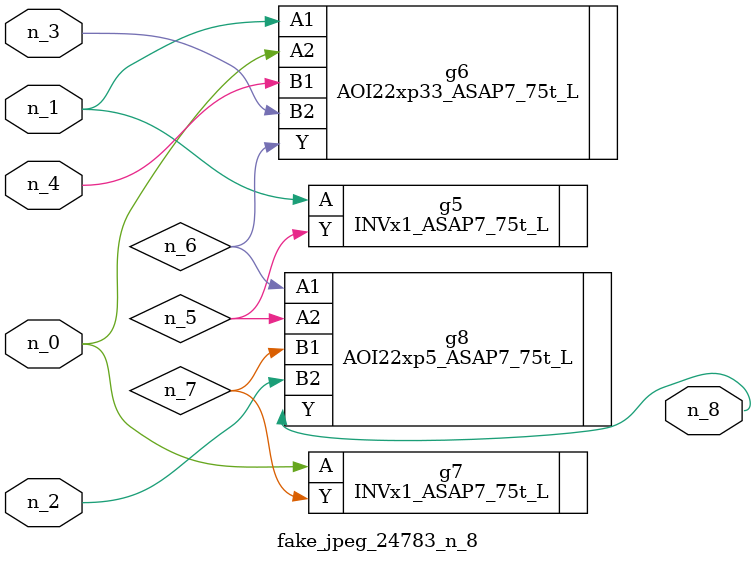
<source format=v>
module fake_jpeg_24783_n_8 (n_3, n_2, n_1, n_0, n_4, n_8);

input n_3;
input n_2;
input n_1;
input n_0;
input n_4;

output n_8;

wire n_6;
wire n_5;
wire n_7;

INVx1_ASAP7_75t_L g5 ( 
.A(n_1),
.Y(n_5)
);

AOI22xp33_ASAP7_75t_L g6 ( 
.A1(n_1),
.A2(n_0),
.B1(n_4),
.B2(n_3),
.Y(n_6)
);

INVx1_ASAP7_75t_L g7 ( 
.A(n_0),
.Y(n_7)
);

AOI22xp5_ASAP7_75t_L g8 ( 
.A1(n_6),
.A2(n_5),
.B1(n_7),
.B2(n_2),
.Y(n_8)
);


endmodule
</source>
